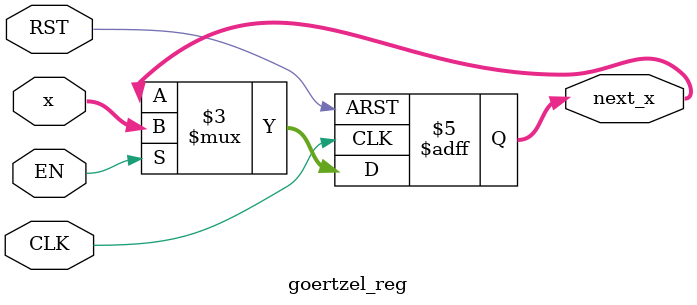
<source format=v>
`timescale 1ns / 1ps


// Stores value of previous calculation of s[*]
module goertzel_reg #(
    parameter B=61
    ) (
    input CLK,
    input RST,
    input EN,
    input signed [B-1:0] x,
    output reg signed [B-1:0] next_x=0
    );
    
    always @(posedge CLK or posedge RST) begin
        if (RST)
            next_x <= 0;
        else if (EN)
            next_x <= x;
    end
    
endmodule
</source>
